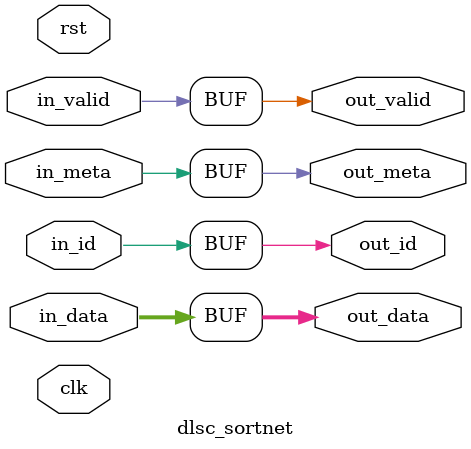
<source format=v>


module dlsc_sortnet #(
    parameter INPUTS    = 1,        // 1 to 16
    parameter META      = 1,        // width of bypassed metadata
    parameter DATA      = 16,       // width of data for each element
    parameter ID        = 1,        // width of IDs for each element
    parameter PIPELINE  = 0,
    // derived; don't touch
    parameter ID_I      = (INPUTS*ID),
    parameter DATA_I    = (INPUTS*DATA)
) (
    input   wire                    clk,
    input   wire                    rst,

    input   wire                    in_valid,       // qualifier
    input   wire    [META-1:0]      in_meta,        // metadata to be delay-matched to sorting operation
    input   wire    [DATA_I-1:0]    in_data,        // unsorted data
    input   wire    [ID_I-1:0]      in_id,          // identifiers for unsorted data

    output  wire                    out_valid,      // delayed qualifier
    output  wire    [META-1:0]      out_meta,       // delayed in_meta
    output  wire    [DATA_I-1:0]    out_data,       // sorted data
    output  wire    [ID_I-1:0]      out_id          // identifiers for sorted data
);

`ifdef SIMULATION
initial begin
    if(INPUTS > 16) begin
        $display("[%m] *** ERROR *** INPUTS (%0d) exceeds generated maximum (16)",INPUTS);
    end
end
`endif

generate
    if(INPUTS == 1) begin:GEN_1
        assign out_valid    = in_valid;
        assign out_meta     = in_meta;
        assign out_data     = in_data;
        assign out_id       = in_id;
    end
    else if(INPUTS == 2) begin:GEN_2
        dlsc_sortnet_2 #(
            .META       ( META ),
            .DATA       ( DATA ),
            .ID         ( ID ),
            .PIPELINE   ( PIPELINE )
        ) dlsc_sortnet_2_inst (
            .clk        ( clk ),
            .rst        ( rst ),
            .in_valid   ( in_valid ),
            .in_meta    ( in_meta ),
            .in_data    ( in_data ),
            .in_id      ( in_id ),
            .out_valid  ( out_valid ),
            .out_meta   ( out_meta ),
            .out_data   ( out_data ),
            .out_id     ( out_id )
        );
    end
    else if(INPUTS == 3) begin:GEN_3
        dlsc_sortnet_3 #(
            .META       ( META ),
            .DATA       ( DATA ),
            .ID         ( ID ),
            .PIPELINE   ( PIPELINE )
        ) dlsc_sortnet_3_inst (
            .clk        ( clk ),
            .rst        ( rst ),
            .in_valid   ( in_valid ),
            .in_meta    ( in_meta ),
            .in_data    ( in_data ),
            .in_id      ( in_id ),
            .out_valid  ( out_valid ),
            .out_meta   ( out_meta ),
            .out_data   ( out_data ),
            .out_id     ( out_id )
        );
    end
    else if(INPUTS == 4) begin:GEN_4
        dlsc_sortnet_4 #(
            .META       ( META ),
            .DATA       ( DATA ),
            .ID         ( ID ),
            .PIPELINE   ( PIPELINE )
        ) dlsc_sortnet_4_inst (
            .clk        ( clk ),
            .rst        ( rst ),
            .in_valid   ( in_valid ),
            .in_meta    ( in_meta ),
            .in_data    ( in_data ),
            .in_id      ( in_id ),
            .out_valid  ( out_valid ),
            .out_meta   ( out_meta ),
            .out_data   ( out_data ),
            .out_id     ( out_id )
        );
    end
    else if(INPUTS == 5) begin:GEN_5
        dlsc_sortnet_5 #(
            .META       ( META ),
            .DATA       ( DATA ),
            .ID         ( ID ),
            .PIPELINE   ( PIPELINE )
        ) dlsc_sortnet_5_inst (
            .clk        ( clk ),
            .rst        ( rst ),
            .in_valid   ( in_valid ),
            .in_meta    ( in_meta ),
            .in_data    ( in_data ),
            .in_id      ( in_id ),
            .out_valid  ( out_valid ),
            .out_meta   ( out_meta ),
            .out_data   ( out_data ),
            .out_id     ( out_id )
        );
    end
    else if(INPUTS == 6) begin:GEN_6
        dlsc_sortnet_6 #(
            .META       ( META ),
            .DATA       ( DATA ),
            .ID         ( ID ),
            .PIPELINE   ( PIPELINE )
        ) dlsc_sortnet_6_inst (
            .clk        ( clk ),
            .rst        ( rst ),
            .in_valid   ( in_valid ),
            .in_meta    ( in_meta ),
            .in_data    ( in_data ),
            .in_id      ( in_id ),
            .out_valid  ( out_valid ),
            .out_meta   ( out_meta ),
            .out_data   ( out_data ),
            .out_id     ( out_id )
        );
    end
    else if(INPUTS == 7) begin:GEN_7
        dlsc_sortnet_7 #(
            .META       ( META ),
            .DATA       ( DATA ),
            .ID         ( ID ),
            .PIPELINE   ( PIPELINE )
        ) dlsc_sortnet_7_inst (
            .clk        ( clk ),
            .rst        ( rst ),
            .in_valid   ( in_valid ),
            .in_meta    ( in_meta ),
            .in_data    ( in_data ),
            .in_id      ( in_id ),
            .out_valid  ( out_valid ),
            .out_meta   ( out_meta ),
            .out_data   ( out_data ),
            .out_id     ( out_id )
        );
    end
    else if(INPUTS == 8) begin:GEN_8
        dlsc_sortnet_8 #(
            .META       ( META ),
            .DATA       ( DATA ),
            .ID         ( ID ),
            .PIPELINE   ( PIPELINE )
        ) dlsc_sortnet_8_inst (
            .clk        ( clk ),
            .rst        ( rst ),
            .in_valid   ( in_valid ),
            .in_meta    ( in_meta ),
            .in_data    ( in_data ),
            .in_id      ( in_id ),
            .out_valid  ( out_valid ),
            .out_meta   ( out_meta ),
            .out_data   ( out_data ),
            .out_id     ( out_id )
        );
    end
    else if(INPUTS == 9) begin:GEN_9
        dlsc_sortnet_9 #(
            .META       ( META ),
            .DATA       ( DATA ),
            .ID         ( ID ),
            .PIPELINE   ( PIPELINE )
        ) dlsc_sortnet_9_inst (
            .clk        ( clk ),
            .rst        ( rst ),
            .in_valid   ( in_valid ),
            .in_meta    ( in_meta ),
            .in_data    ( in_data ),
            .in_id      ( in_id ),
            .out_valid  ( out_valid ),
            .out_meta   ( out_meta ),
            .out_data   ( out_data ),
            .out_id     ( out_id )
        );
    end
    else if(INPUTS == 10) begin:GEN_10
        dlsc_sortnet_10 #(
            .META       ( META ),
            .DATA       ( DATA ),
            .ID         ( ID ),
            .PIPELINE   ( PIPELINE )
        ) dlsc_sortnet_10_inst (
            .clk        ( clk ),
            .rst        ( rst ),
            .in_valid   ( in_valid ),
            .in_meta    ( in_meta ),
            .in_data    ( in_data ),
            .in_id      ( in_id ),
            .out_valid  ( out_valid ),
            .out_meta   ( out_meta ),
            .out_data   ( out_data ),
            .out_id     ( out_id )
        );
    end
    else if(INPUTS == 11) begin:GEN_11
        dlsc_sortnet_11 #(
            .META       ( META ),
            .DATA       ( DATA ),
            .ID         ( ID ),
            .PIPELINE   ( PIPELINE )
        ) dlsc_sortnet_11_inst (
            .clk        ( clk ),
            .rst        ( rst ),
            .in_valid   ( in_valid ),
            .in_meta    ( in_meta ),
            .in_data    ( in_data ),
            .in_id      ( in_id ),
            .out_valid  ( out_valid ),
            .out_meta   ( out_meta ),
            .out_data   ( out_data ),
            .out_id     ( out_id )
        );
    end
    else if(INPUTS == 12) begin:GEN_12
        dlsc_sortnet_12 #(
            .META       ( META ),
            .DATA       ( DATA ),
            .ID         ( ID ),
            .PIPELINE   ( PIPELINE )
        ) dlsc_sortnet_12_inst (
            .clk        ( clk ),
            .rst        ( rst ),
            .in_valid   ( in_valid ),
            .in_meta    ( in_meta ),
            .in_data    ( in_data ),
            .in_id      ( in_id ),
            .out_valid  ( out_valid ),
            .out_meta   ( out_meta ),
            .out_data   ( out_data ),
            .out_id     ( out_id )
        );
    end
    else if(INPUTS == 13) begin:GEN_13
        dlsc_sortnet_13 #(
            .META       ( META ),
            .DATA       ( DATA ),
            .ID         ( ID ),
            .PIPELINE   ( PIPELINE )
        ) dlsc_sortnet_13_inst (
            .clk        ( clk ),
            .rst        ( rst ),
            .in_valid   ( in_valid ),
            .in_meta    ( in_meta ),
            .in_data    ( in_data ),
            .in_id      ( in_id ),
            .out_valid  ( out_valid ),
            .out_meta   ( out_meta ),
            .out_data   ( out_data ),
            .out_id     ( out_id )
        );
    end
    else if(INPUTS == 14) begin:GEN_14
        dlsc_sortnet_14 #(
            .META       ( META ),
            .DATA       ( DATA ),
            .ID         ( ID ),
            .PIPELINE   ( PIPELINE )
        ) dlsc_sortnet_14_inst (
            .clk        ( clk ),
            .rst        ( rst ),
            .in_valid   ( in_valid ),
            .in_meta    ( in_meta ),
            .in_data    ( in_data ),
            .in_id      ( in_id ),
            .out_valid  ( out_valid ),
            .out_meta   ( out_meta ),
            .out_data   ( out_data ),
            .out_id     ( out_id )
        );
    end
    else if(INPUTS == 15) begin:GEN_15
        dlsc_sortnet_15 #(
            .META       ( META ),
            .DATA       ( DATA ),
            .ID         ( ID ),
            .PIPELINE   ( PIPELINE )
        ) dlsc_sortnet_15_inst (
            .clk        ( clk ),
            .rst        ( rst ),
            .in_valid   ( in_valid ),
            .in_meta    ( in_meta ),
            .in_data    ( in_data ),
            .in_id      ( in_id ),
            .out_valid  ( out_valid ),
            .out_meta   ( out_meta ),
            .out_data   ( out_data ),
            .out_id     ( out_id )
        );
    end
    else if(INPUTS == 16) begin:GEN_16
        dlsc_sortnet_16 #(
            .META       ( META ),
            .DATA       ( DATA ),
            .ID         ( ID ),
            .PIPELINE   ( PIPELINE )
        ) dlsc_sortnet_16_inst (
            .clk        ( clk ),
            .rst        ( rst ),
            .in_valid   ( in_valid ),
            .in_meta    ( in_meta ),
            .in_data    ( in_data ),
            .in_id      ( in_id ),
            .out_valid  ( out_valid ),
            .out_meta   ( out_meta ),
            .out_data   ( out_data ),
            .out_id     ( out_id )
        );
    end
    else begin:GEN_INVALID
        assign out_valid    = 1'bx;
        assign out_meta     = {META{1'bx}};
        assign out_data     = {DATA_I{1'bx}};
        assign out_id       = {ID_I{1'bx}};
    end
endgenerate

endmodule


</source>
